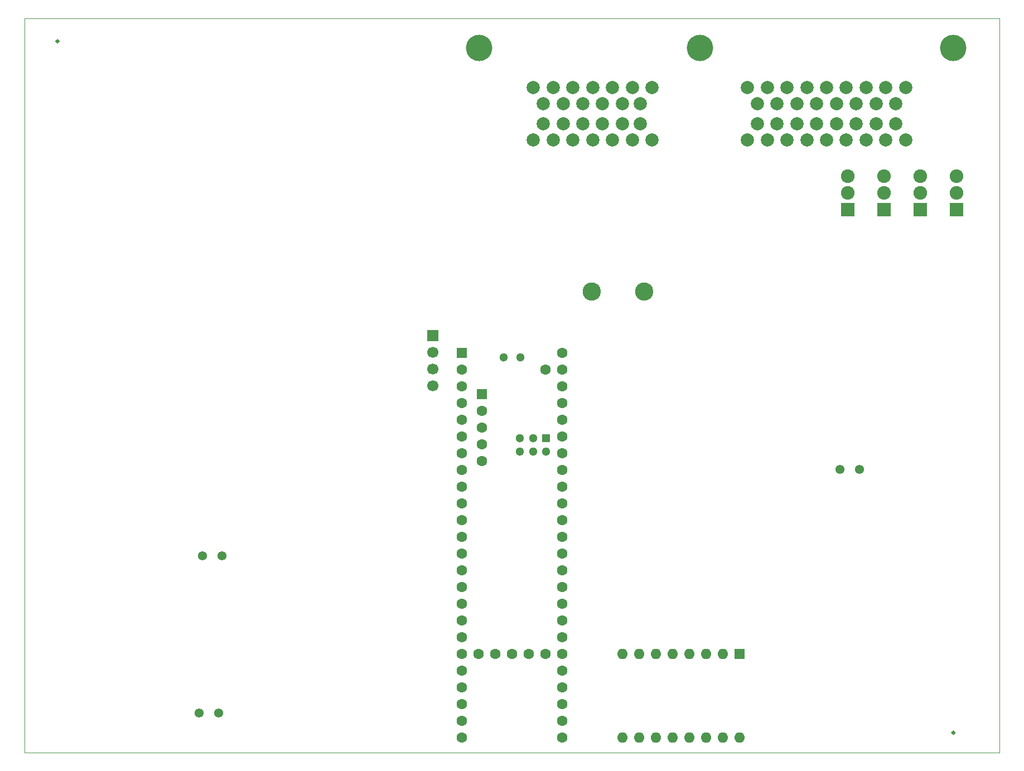
<source format=gbr>
%TF.GenerationSoftware,KiCad,Pcbnew,9.0.0*%
%TF.CreationDate,2025-08-01T10:40:34+02:00*%
%TF.ProjectId,ECU,4543552e-6b69-4636-9164-5f7063625858,0.3*%
%TF.SameCoordinates,Original*%
%TF.FileFunction,Soldermask,Bot*%
%TF.FilePolarity,Negative*%
%FSLAX46Y46*%
G04 Gerber Fmt 4.6, Leading zero omitted, Abs format (unit mm)*
G04 Created by KiCad (PCBNEW 9.0.0) date 2025-08-01 10:40:34*
%MOMM*%
%LPD*%
G01*
G04 APERTURE LIST*
%ADD10C,1.381000*%
%ADD11C,4.000000*%
%ADD12C,2.000000*%
%ADD13R,1.600000X1.600000*%
%ADD14O,1.600000X1.600000*%
%ADD15R,2.070000X2.070000*%
%ADD16C,2.070000*%
%ADD17C,1.600000*%
%ADD18R,1.300000X1.300000*%
%ADD19C,1.300000*%
%ADD20C,2.775000*%
%ADD21R,1.700000X1.700000*%
%ADD22C,1.700000*%
%ADD23C,0.350000*%
%TA.AperFunction,Profile*%
%ADD24C,0.050000*%
%TD*%
G04 APERTURE END LIST*
D10*
%TO.C,SW1*%
X92000000Y-113675000D03*
X95000000Y-113675000D03*
%TD*%
D11*
%TO.C,J5*%
X206000000Y-36500000D03*
X167500000Y-36500000D03*
X134000000Y-36500000D03*
D12*
X198750000Y-50500000D03*
X195750000Y-50500000D03*
X192750000Y-50500000D03*
X189750000Y-50500000D03*
X186750000Y-50500000D03*
X183750000Y-50500000D03*
X180750000Y-50500000D03*
X177750000Y-50500000D03*
X174750000Y-50500000D03*
X197250000Y-48000000D03*
X194250000Y-48000000D03*
X191250000Y-48000000D03*
X188250000Y-48000000D03*
X185250000Y-48000000D03*
X182250000Y-48000000D03*
X179250000Y-48000000D03*
X176250000Y-48000000D03*
X197250000Y-45000000D03*
X194250000Y-45000000D03*
X191250000Y-45000000D03*
X188250000Y-45000000D03*
X185250000Y-45000000D03*
X182250000Y-45000000D03*
X179250000Y-45000000D03*
X176250000Y-45000000D03*
X198750000Y-42500000D03*
X195750000Y-42500000D03*
X192750000Y-42500000D03*
X189750000Y-42500000D03*
X186750000Y-42500000D03*
X183750000Y-42500000D03*
X180750000Y-42500000D03*
X177750000Y-42500000D03*
X174750000Y-42500000D03*
X160250000Y-50500000D03*
X157250000Y-50500000D03*
X154250000Y-50500000D03*
X151250000Y-50500000D03*
X148250000Y-50500000D03*
X145250000Y-50500000D03*
X142250000Y-50500000D03*
X158500000Y-48000000D03*
X155750000Y-48000000D03*
X152750000Y-48000000D03*
X149750000Y-48000000D03*
X146750000Y-48000000D03*
X143750000Y-48000000D03*
X158500000Y-45000000D03*
X155750000Y-45000000D03*
X152750000Y-45000000D03*
X149750000Y-45000000D03*
X146750000Y-45000000D03*
X143750000Y-45000000D03*
X160250000Y-42500000D03*
X157250000Y-42500000D03*
X154250000Y-42500000D03*
X151250000Y-42500000D03*
X148250000Y-42500000D03*
X145250000Y-42500000D03*
X142250000Y-42500000D03*
%TD*%
D13*
%TO.C,A1*%
X173540000Y-128500000D03*
D14*
X171000000Y-128500000D03*
X168460000Y-128500000D03*
X165920000Y-128500000D03*
X163380000Y-128500000D03*
X160840000Y-128500000D03*
X158300000Y-128500000D03*
X155760000Y-128500000D03*
X155760000Y-141200000D03*
X158300000Y-141200000D03*
X160840000Y-141200000D03*
X163380000Y-141200000D03*
X165920000Y-141200000D03*
X168460000Y-141200000D03*
X171000000Y-141200000D03*
X173540000Y-141200000D03*
%TD*%
D10*
%TO.C,SW2*%
X91500000Y-137500000D03*
X94500000Y-137500000D03*
%TD*%
D15*
%TO.C,Q5*%
X195500000Y-61080000D03*
D16*
X195500000Y-58540000D03*
X195500000Y-56000000D03*
%TD*%
D10*
%TO.C,SW4*%
X188765000Y-100475000D03*
X191765000Y-100475000D03*
%TD*%
D13*
%TO.C,U1*%
X131380000Y-82790000D03*
D17*
X131380000Y-85330000D03*
X131380000Y-87870000D03*
X131380000Y-90410000D03*
X131380000Y-92950000D03*
X131380000Y-95490000D03*
X131380000Y-98030000D03*
X131380000Y-100570000D03*
X131380000Y-103110000D03*
X131380000Y-105650000D03*
X131380000Y-108190000D03*
X131380000Y-110730000D03*
X131380000Y-113270000D03*
X131380000Y-115810000D03*
X131380000Y-118350000D03*
X131380000Y-120890000D03*
X131380000Y-123430000D03*
X131380000Y-125970000D03*
X131380000Y-128510000D03*
X131380000Y-131050000D03*
X131380000Y-133590000D03*
X131380000Y-136130000D03*
X131380000Y-138670000D03*
X131380000Y-141210000D03*
X146620000Y-141210000D03*
X146620000Y-138670000D03*
X146620000Y-136130000D03*
X146620000Y-133590000D03*
X146620000Y-131050000D03*
X146620000Y-128510000D03*
X146620000Y-125970000D03*
X146620000Y-123430000D03*
X146620000Y-120890000D03*
X146620000Y-118350000D03*
X146620000Y-115810000D03*
X146620000Y-113270000D03*
X146620000Y-110730000D03*
X146620000Y-108190000D03*
X146620000Y-105650000D03*
X146620000Y-103110000D03*
X146620000Y-100570000D03*
X146620000Y-98030000D03*
X146620000Y-95490000D03*
X146620000Y-92950000D03*
X146620000Y-90410000D03*
X146620000Y-87870000D03*
X146620000Y-85330000D03*
X146620000Y-82790000D03*
X144080000Y-85330000D03*
X133920000Y-128510000D03*
X136460000Y-128510000D03*
X139000000Y-128510000D03*
X141540000Y-128510000D03*
X144080000Y-128510000D03*
D13*
X134430800Y-89089200D03*
D17*
X134430800Y-91629200D03*
X134430800Y-94169200D03*
X134430800Y-96709200D03*
X134430800Y-99249200D03*
D18*
X144181600Y-95760000D03*
D19*
X142181600Y-95760000D03*
X140181600Y-95760000D03*
X140181600Y-97760000D03*
X142181600Y-97760000D03*
X144181600Y-97760000D03*
X140270000Y-83520000D03*
X137730000Y-83520000D03*
%TD*%
D20*
%TO.C,BT1*%
X151100000Y-73500000D03*
X159100000Y-73500000D03*
%TD*%
D15*
%TO.C,Q7*%
X206500000Y-61080000D03*
D16*
X206500000Y-58540000D03*
X206500000Y-56000000D03*
%TD*%
D21*
%TO.C,J1*%
X127000000Y-80190000D03*
D22*
X127000000Y-82730000D03*
X127000000Y-85270000D03*
X127000000Y-87810000D03*
%TD*%
D15*
%TO.C,Q6*%
X190000000Y-61080000D03*
D16*
X190000000Y-58540000D03*
X190000000Y-56000000D03*
%TD*%
D15*
%TO.C,Q4*%
X201000000Y-61080000D03*
D16*
X201000000Y-58540000D03*
X201000000Y-56000000D03*
%TD*%
D23*
X70175000Y-35500000D02*
G75*
G02*
X69825000Y-35500000I-175000J0D01*
G01*
X69825000Y-35500000D02*
G75*
G02*
X70175000Y-35500000I175000J0D01*
G01*
X206175000Y-140500000D02*
G75*
G02*
X205825000Y-140500000I-175000J0D01*
G01*
X205825000Y-140500000D02*
G75*
G02*
X206175000Y-140500000I175000J0D01*
G01*
D24*
X65000000Y-32000000D02*
X213000000Y-32000000D01*
X213000000Y-143500000D01*
X65000000Y-143500000D01*
X65000000Y-32000000D01*
M02*

</source>
